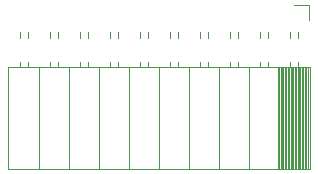
<source format=gbr>
%TF.GenerationSoftware,KiCad,Pcbnew,(5.1.6)-1*%
%TF.CreationDate,2020-12-06T15:26:43+11:00*%
%TF.ProjectId,mc13clkioout,6d633133-636c-46b6-996f-6f75742e6b69,rev?*%
%TF.SameCoordinates,Original*%
%TF.FileFunction,Legend,Bot*%
%TF.FilePolarity,Positive*%
%FSLAX46Y46*%
G04 Gerber Fmt 4.6, Leading zero omitted, Abs format (unit mm)*
G04 Created by KiCad (PCBNEW (5.1.6)-1) date 2020-12-06 15:26:43*
%MOMM*%
%LPD*%
G01*
G04 APERTURE LIST*
%ADD10C,0.120000*%
G04 APERTURE END LIST*
D10*
%TO.C,J1*%
X147634000Y-135064000D02*
X145034000Y-135064000D01*
X145034000Y-135064000D02*
X145034000Y-143694000D01*
X145034000Y-143694000D02*
X147634000Y-143694000D01*
X147634000Y-143694000D02*
X147634000Y-135064000D01*
X146684000Y-134634000D02*
X146684000Y-135064000D01*
X145924000Y-134634000D02*
X145924000Y-135064000D01*
X146684000Y-132094000D02*
X146684000Y-132574000D01*
X145924000Y-132094000D02*
X145924000Y-132574000D01*
X147454000Y-135064000D02*
X147454000Y-143694000D01*
X147334000Y-135064000D02*
X147334000Y-143694000D01*
X147214000Y-135064000D02*
X147214000Y-143694000D01*
X147094000Y-135064000D02*
X147094000Y-143694000D01*
X146974000Y-135064000D02*
X146974000Y-143694000D01*
X146854000Y-135064000D02*
X146854000Y-143694000D01*
X146734000Y-135064000D02*
X146734000Y-143694000D01*
X146614000Y-135064000D02*
X146614000Y-143694000D01*
X146494000Y-135064000D02*
X146494000Y-143694000D01*
X146374000Y-135064000D02*
X146374000Y-143694000D01*
X146254000Y-135064000D02*
X146254000Y-143694000D01*
X146134000Y-135064000D02*
X146134000Y-143694000D01*
X146014000Y-135064000D02*
X146014000Y-143694000D01*
X145894000Y-135064000D02*
X145894000Y-143694000D01*
X145774000Y-135064000D02*
X145774000Y-143694000D01*
X145654000Y-135064000D02*
X145654000Y-143694000D01*
X145534000Y-135064000D02*
X145534000Y-143694000D01*
X145414000Y-135064000D02*
X145414000Y-143694000D01*
X145294000Y-135064000D02*
X145294000Y-143694000D01*
X145174000Y-135064000D02*
X145174000Y-143694000D01*
X145054000Y-135064000D02*
X145054000Y-143694000D01*
X144934000Y-135064000D02*
X144934000Y-143694000D01*
X145034000Y-135064000D02*
X142494000Y-135064000D01*
X142494000Y-135064000D02*
X142494000Y-143694000D01*
X142494000Y-143694000D02*
X145034000Y-143694000D01*
X145034000Y-143694000D02*
X145034000Y-135064000D01*
X144144000Y-134634000D02*
X144144000Y-135064000D01*
X143384000Y-134634000D02*
X143384000Y-135064000D01*
X144144000Y-132094000D02*
X144144000Y-132574000D01*
X143384000Y-132094000D02*
X143384000Y-132574000D01*
X142494000Y-135064000D02*
X139954000Y-135064000D01*
X139954000Y-135064000D02*
X139954000Y-143694000D01*
X139954000Y-143694000D02*
X142494000Y-143694000D01*
X142494000Y-143694000D02*
X142494000Y-135064000D01*
X141604000Y-134634000D02*
X141604000Y-135064000D01*
X140844000Y-134634000D02*
X140844000Y-135064000D01*
X141604000Y-132094000D02*
X141604000Y-132574000D01*
X140844000Y-132094000D02*
X140844000Y-132574000D01*
X139954000Y-135064000D02*
X137414000Y-135064000D01*
X137414000Y-135064000D02*
X137414000Y-143694000D01*
X137414000Y-143694000D02*
X139954000Y-143694000D01*
X139954000Y-143694000D02*
X139954000Y-135064000D01*
X139064000Y-134634000D02*
X139064000Y-135064000D01*
X138304000Y-134634000D02*
X138304000Y-135064000D01*
X139064000Y-132094000D02*
X139064000Y-132574000D01*
X138304000Y-132094000D02*
X138304000Y-132574000D01*
X137414000Y-135064000D02*
X134874000Y-135064000D01*
X134874000Y-135064000D02*
X134874000Y-143694000D01*
X134874000Y-143694000D02*
X137414000Y-143694000D01*
X137414000Y-143694000D02*
X137414000Y-135064000D01*
X136524000Y-134634000D02*
X136524000Y-135064000D01*
X135764000Y-134634000D02*
X135764000Y-135064000D01*
X136524000Y-132094000D02*
X136524000Y-132574000D01*
X135764000Y-132094000D02*
X135764000Y-132574000D01*
X134874000Y-135064000D02*
X132334000Y-135064000D01*
X132334000Y-135064000D02*
X132334000Y-143694000D01*
X132334000Y-143694000D02*
X134874000Y-143694000D01*
X134874000Y-143694000D02*
X134874000Y-135064000D01*
X133984000Y-134634000D02*
X133984000Y-135064000D01*
X133224000Y-134634000D02*
X133224000Y-135064000D01*
X133984000Y-132094000D02*
X133984000Y-132574000D01*
X133224000Y-132094000D02*
X133224000Y-132574000D01*
X132334000Y-135064000D02*
X129794000Y-135064000D01*
X129794000Y-135064000D02*
X129794000Y-143694000D01*
X129794000Y-143694000D02*
X132334000Y-143694000D01*
X132334000Y-143694000D02*
X132334000Y-135064000D01*
X131444000Y-134634000D02*
X131444000Y-135064000D01*
X130684000Y-134634000D02*
X130684000Y-135064000D01*
X131444000Y-132094000D02*
X131444000Y-132574000D01*
X130684000Y-132094000D02*
X130684000Y-132574000D01*
X129794000Y-135064000D02*
X127254000Y-135064000D01*
X127254000Y-135064000D02*
X127254000Y-143694000D01*
X127254000Y-143694000D02*
X129794000Y-143694000D01*
X129794000Y-143694000D02*
X129794000Y-135064000D01*
X128904000Y-134634000D02*
X128904000Y-135064000D01*
X128144000Y-134634000D02*
X128144000Y-135064000D01*
X128904000Y-132094000D02*
X128904000Y-132574000D01*
X128144000Y-132094000D02*
X128144000Y-132574000D01*
X127254000Y-135064000D02*
X124714000Y-135064000D01*
X124714000Y-135064000D02*
X124714000Y-143694000D01*
X124714000Y-143694000D02*
X127254000Y-143694000D01*
X127254000Y-143694000D02*
X127254000Y-135064000D01*
X126364000Y-134634000D02*
X126364000Y-135064000D01*
X125604000Y-134634000D02*
X125604000Y-135064000D01*
X126364000Y-132094000D02*
X126364000Y-132574000D01*
X125604000Y-132094000D02*
X125604000Y-132574000D01*
X124714000Y-135064000D02*
X122114000Y-135064000D01*
X122114000Y-135064000D02*
X122114000Y-143694000D01*
X122114000Y-143694000D02*
X124714000Y-143694000D01*
X124714000Y-143694000D02*
X124714000Y-135064000D01*
X123824000Y-134634000D02*
X123824000Y-135064000D01*
X123064000Y-134634000D02*
X123064000Y-135064000D01*
X123824000Y-132094000D02*
X123824000Y-132574000D01*
X123064000Y-132094000D02*
X123064000Y-132574000D01*
X147574000Y-131064000D02*
X147574000Y-129794000D01*
X147574000Y-129794000D02*
X146304000Y-129794000D01*
%TD*%
M02*

</source>
